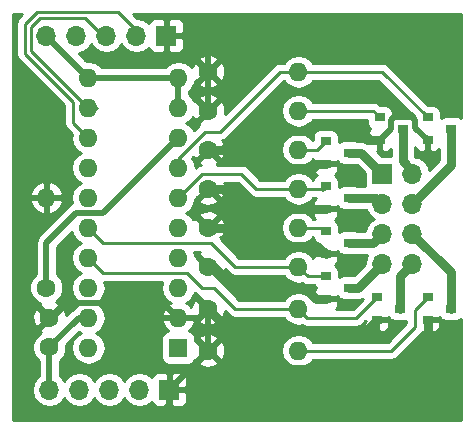
<source format=gbr>
G04 #@! TF.FileFunction,Copper,L1,Top,Signal*
%FSLAX46Y46*%
G04 Gerber Fmt 4.6, Leading zero omitted, Abs format (unit mm)*
G04 Created by KiCad (PCBNEW 4.0.7) date Sun Apr  8 23:15:19 2018*
%MOMM*%
%LPD*%
G01*
G04 APERTURE LIST*
%ADD10C,0.100000*%
%ADD11C,1.600000*%
%ADD12O,1.600000X1.600000*%
%ADD13R,1.700000X1.700000*%
%ADD14O,1.700000X1.700000*%
%ADD15R,1.600000X1.600000*%
%ADD16R,0.900000X0.800000*%
%ADD17C,0.750000*%
%ADD18C,0.500000*%
%ADD19C,0.250000*%
%ADD20C,0.254000*%
G04 APERTURE END LIST*
D10*
D11*
X204470000Y-145796000D03*
D12*
X212090000Y-145796000D03*
D13*
X200914000Y-126238000D03*
D14*
X198374000Y-126238000D03*
X195834000Y-126238000D03*
X193294000Y-126238000D03*
X190754000Y-126238000D03*
D13*
X201168000Y-156210000D03*
D14*
X198628000Y-156210000D03*
X196088000Y-156210000D03*
X193548000Y-156210000D03*
X191008000Y-156210000D03*
D11*
X191008000Y-150114000D03*
X191008000Y-152614000D03*
D15*
X201930000Y-152654000D03*
D12*
X194310000Y-129794000D03*
X201930000Y-150114000D03*
X194310000Y-132334000D03*
X201930000Y-147574000D03*
X194310000Y-134874000D03*
X201930000Y-145034000D03*
X194310000Y-137414000D03*
X201930000Y-142494000D03*
X194310000Y-139954000D03*
X201930000Y-139954000D03*
X194310000Y-142494000D03*
X201930000Y-137414000D03*
X194310000Y-145034000D03*
X201930000Y-134874000D03*
X194310000Y-147574000D03*
X201930000Y-132334000D03*
X194310000Y-150114000D03*
X201930000Y-129794000D03*
X194310000Y-152654000D03*
D13*
X219202000Y-137922000D03*
D14*
X221742000Y-137922000D03*
X219202000Y-140462000D03*
X221742000Y-140462000D03*
X219202000Y-143002000D03*
X221742000Y-143002000D03*
X219202000Y-145542000D03*
X221742000Y-145542000D03*
D16*
X214392000Y-135194000D03*
X214392000Y-137094000D03*
X216392000Y-136144000D03*
X214392000Y-139004000D03*
X214392000Y-140904000D03*
X216392000Y-139954000D03*
X214392000Y-142814000D03*
X214392000Y-144714000D03*
X216392000Y-143764000D03*
X214392000Y-146624000D03*
X214392000Y-148524000D03*
X216392000Y-147574000D03*
X218964000Y-133162000D03*
X218964000Y-135062000D03*
X220964000Y-134112000D03*
X223028000Y-133162000D03*
X223028000Y-135062000D03*
X225028000Y-134112000D03*
X223028000Y-148402000D03*
X223028000Y-150302000D03*
X225028000Y-149352000D03*
X218710000Y-148402000D03*
X218710000Y-150302000D03*
X220710000Y-149352000D03*
D11*
X190754000Y-147574000D03*
D12*
X190754000Y-139954000D03*
D11*
X204470000Y-135890000D03*
D12*
X212090000Y-135890000D03*
D11*
X204470000Y-139192000D03*
D12*
X212090000Y-139192000D03*
D11*
X204470000Y-142494000D03*
D12*
X212090000Y-142494000D03*
D11*
X204470000Y-132588000D03*
D12*
X212090000Y-132588000D03*
D11*
X204470000Y-129286000D03*
D12*
X212090000Y-129286000D03*
D11*
X204470000Y-152908000D03*
D12*
X212090000Y-152908000D03*
D11*
X204470000Y-149352000D03*
D12*
X212090000Y-149352000D03*
D17*
X218964000Y-135062000D02*
X218120000Y-135062000D01*
X205740000Y-135890000D02*
X204470000Y-135890000D01*
X207277024Y-134352976D02*
X205740000Y-135890000D01*
X212611024Y-134352976D02*
X207277024Y-134352976D01*
X213106000Y-133858000D02*
X212611024Y-134352976D01*
X216916000Y-133858000D02*
X213106000Y-133858000D01*
X218120000Y-135062000D02*
X216916000Y-133858000D01*
X210312000Y-151130000D02*
X210312000Y-153416000D01*
X223028000Y-152130000D02*
X223028000Y-150302000D01*
X220726000Y-154432000D02*
X223028000Y-152130000D01*
X211328000Y-154432000D02*
X220726000Y-154432000D01*
X210312000Y-153416000D02*
X211328000Y-154432000D01*
X217882000Y-151130000D02*
X210312000Y-151130000D01*
X210312000Y-151130000D02*
X206248000Y-151130000D01*
X206248000Y-151130000D02*
X204470000Y-149352000D01*
X217882000Y-151130000D02*
X218710000Y-150302000D01*
X214392000Y-137094000D02*
X213680000Y-137094000D01*
X210058000Y-136144000D02*
X210058000Y-134366000D01*
X211328000Y-137414000D02*
X210058000Y-136144000D01*
X213360000Y-137414000D02*
X211328000Y-137414000D01*
X213680000Y-137094000D02*
X213360000Y-137414000D01*
X204470000Y-139192000D02*
X205740000Y-139192000D01*
X207452000Y-140904000D02*
X214392000Y-140904000D01*
X205740000Y-139192000D02*
X207452000Y-140904000D01*
X204470000Y-142494000D02*
X205994000Y-142494000D01*
X213696000Y-144018000D02*
X214392000Y-144714000D01*
X207518000Y-144018000D02*
X213696000Y-144018000D01*
X205994000Y-142494000D02*
X207518000Y-144018000D01*
X204470000Y-145796000D02*
X204978000Y-145796000D01*
X204978000Y-145796000D02*
X206756000Y-147574000D01*
X213548000Y-148524000D02*
X214392000Y-148524000D01*
X212598000Y-147574000D02*
X213548000Y-148524000D01*
X206756000Y-147574000D02*
X212598000Y-147574000D01*
D18*
X201168000Y-156210000D02*
X201168000Y-157480000D01*
X188976000Y-157226000D02*
X188976000Y-148082000D01*
X189738000Y-157988000D02*
X188976000Y-157226000D01*
X200660000Y-157988000D02*
X189738000Y-157988000D01*
X201168000Y-157480000D02*
X200660000Y-157988000D01*
X201168000Y-156210000D02*
X204470000Y-152908000D01*
X190754000Y-139954000D02*
X189484000Y-139954000D01*
X189484000Y-139954000D02*
X188976000Y-140462000D01*
X188976000Y-140462000D02*
X188976000Y-148082000D01*
X188976000Y-148082000D02*
X191008000Y-150114000D01*
X201930000Y-150114000D02*
X203708000Y-150114000D01*
X203708000Y-150114000D02*
X204470000Y-149352000D01*
X191008000Y-150114000D02*
X191262000Y-150114000D01*
X191262000Y-150114000D02*
X192532000Y-148844000D01*
X192532000Y-148844000D02*
X200660000Y-148844000D01*
X200660000Y-148844000D02*
X201930000Y-150114000D01*
X204470000Y-152908000D02*
X204470000Y-149352000D01*
X204470000Y-132588000D02*
X204470000Y-129286000D01*
X204470000Y-129286000D02*
X204470000Y-127254000D01*
X204470000Y-127254000D02*
X203454000Y-126238000D01*
X203454000Y-126238000D02*
X200914000Y-126238000D01*
X204470000Y-142494000D02*
X204978000Y-142494000D01*
X204470000Y-139192000D02*
X204470000Y-139446000D01*
X218964000Y-135062000D02*
X219014000Y-135062000D01*
X219014000Y-135062000D02*
X219964000Y-134112000D01*
X221996000Y-134030000D02*
X223028000Y-135062000D01*
X221996000Y-133350000D02*
X221996000Y-134030000D01*
X221742000Y-133096000D02*
X221996000Y-133350000D01*
X220218000Y-133096000D02*
X221742000Y-133096000D01*
X219964000Y-133350000D02*
X220218000Y-133096000D01*
X219964000Y-134112000D02*
X219964000Y-133350000D01*
X204470000Y-149352000D02*
X204470000Y-149606000D01*
X217882000Y-151130000D02*
X218710000Y-150302000D01*
D19*
X198374000Y-126238000D02*
X198374000Y-125730000D01*
X198374000Y-125730000D02*
X196850000Y-124206000D01*
X196850000Y-124206000D02*
X189992000Y-124206000D01*
X189992000Y-124206000D02*
X188976000Y-125222000D01*
X188976000Y-125222000D02*
X188976000Y-127762000D01*
X188976000Y-127762000D02*
X193040000Y-131826000D01*
X193040000Y-131826000D02*
X193040000Y-133604000D01*
X193040000Y-133604000D02*
X194310000Y-134874000D01*
X194310000Y-132334000D02*
X195072000Y-132334000D01*
X195834000Y-126238000D02*
X195580000Y-126238000D01*
X195580000Y-126238000D02*
X194056000Y-124714000D01*
X194056000Y-124714000D02*
X190246000Y-124714000D01*
X190246000Y-124714000D02*
X189484000Y-125476000D01*
X189484000Y-125476000D02*
X189484000Y-127508000D01*
X189484000Y-127508000D02*
X194310000Y-132334000D01*
D18*
X190754000Y-126238000D02*
X194310000Y-129794000D01*
X194310000Y-150114000D02*
X193508000Y-150114000D01*
X193508000Y-150114000D02*
X191008000Y-152614000D01*
X201930000Y-129794000D02*
X194310000Y-129794000D01*
X201930000Y-132334000D02*
X201930000Y-129794000D01*
X191008000Y-152614000D02*
X191008000Y-156210000D01*
D19*
X212090000Y-135890000D02*
X213696000Y-135890000D01*
X213696000Y-135890000D02*
X214392000Y-135194000D01*
X194310000Y-137414000D02*
X194310000Y-137668000D01*
X212090000Y-142494000D02*
X214072000Y-142494000D01*
X214072000Y-142494000D02*
X214392000Y-142814000D01*
D18*
X212410000Y-142814000D02*
X212090000Y-142494000D01*
D19*
X212090000Y-132588000D02*
X218390000Y-132588000D01*
X218390000Y-132588000D02*
X218964000Y-133162000D01*
X212090000Y-152908000D02*
X219964000Y-152908000D01*
X221996000Y-149434000D02*
X223028000Y-148402000D01*
X221996000Y-150876000D02*
X221996000Y-149434000D01*
X219964000Y-152908000D02*
X221996000Y-150876000D01*
X212090000Y-139192000D02*
X208534000Y-139192000D01*
X203962000Y-137922000D02*
X201930000Y-139954000D01*
X207264000Y-137922000D02*
X203962000Y-137922000D01*
X208534000Y-139192000D02*
X207264000Y-137922000D01*
X201930000Y-139954000D02*
X201930000Y-139700000D01*
X212090000Y-139192000D02*
X214204000Y-139192000D01*
X214204000Y-139192000D02*
X214392000Y-139004000D01*
D18*
X214204000Y-139192000D02*
X214392000Y-139004000D01*
D19*
X212090000Y-145796000D02*
X206756000Y-145796000D01*
X195580000Y-143764000D02*
X194310000Y-142494000D01*
X204724000Y-143764000D02*
X195580000Y-143764000D01*
X206756000Y-145796000D02*
X204724000Y-143764000D01*
X214392000Y-146624000D02*
X212918000Y-146624000D01*
X212918000Y-146624000D02*
X212090000Y-145796000D01*
X212090000Y-129286000D02*
X210566000Y-129286000D01*
X204216000Y-134366000D02*
X201930000Y-136652000D01*
X205486000Y-134366000D02*
X204216000Y-134366000D01*
X210566000Y-129286000D02*
X205486000Y-134366000D01*
X201930000Y-136652000D02*
X201930000Y-137414000D01*
X212090000Y-129286000D02*
X219152000Y-129286000D01*
X219152000Y-129286000D02*
X223028000Y-133162000D01*
X212090000Y-129286000D02*
X212344000Y-129286000D01*
X212090000Y-149352000D02*
X206756000Y-149352000D01*
X195580000Y-146304000D02*
X194310000Y-145034000D01*
X202692000Y-146304000D02*
X195580000Y-146304000D01*
X203962000Y-147574000D02*
X202692000Y-146304000D01*
X204978000Y-147574000D02*
X203962000Y-147574000D01*
X206756000Y-149352000D02*
X204978000Y-147574000D01*
X212090000Y-149352000D02*
X212852000Y-150114000D01*
X216998000Y-150114000D02*
X218710000Y-148402000D01*
X212852000Y-150114000D02*
X216998000Y-150114000D01*
D18*
X190754000Y-147574000D02*
X190754000Y-143764000D01*
X195580000Y-141224000D02*
X201930000Y-134874000D01*
X193294000Y-141224000D02*
X195580000Y-141224000D01*
X190754000Y-143764000D02*
X193294000Y-141224000D01*
X194016000Y-152614000D02*
X194056000Y-152654000D01*
D17*
X216392000Y-136144000D02*
X217424000Y-136144000D01*
X217424000Y-136144000D02*
X219202000Y-137922000D01*
X221742000Y-137922000D02*
X221742000Y-137668000D01*
X221742000Y-137668000D02*
X220964000Y-136890000D01*
X220964000Y-136890000D02*
X220964000Y-134112000D01*
X216392000Y-139954000D02*
X218694000Y-139954000D01*
X218694000Y-139954000D02*
X219202000Y-140462000D01*
D18*
X218694000Y-139954000D02*
X219202000Y-140462000D01*
D17*
X225028000Y-134112000D02*
X225028000Y-137176000D01*
X225028000Y-137176000D02*
X221742000Y-140462000D01*
X216392000Y-143764000D02*
X218440000Y-143764000D01*
X218440000Y-143764000D02*
X219202000Y-143002000D01*
X225028000Y-149352000D02*
X225028000Y-146288000D01*
X225028000Y-146288000D02*
X221742000Y-143002000D01*
X216392000Y-147574000D02*
X217170000Y-147574000D01*
X217170000Y-147574000D02*
X219202000Y-145542000D01*
X220710000Y-149352000D02*
X220710000Y-146574000D01*
X220710000Y-146574000D02*
X221742000Y-145542000D01*
D20*
G36*
X188438599Y-124684599D02*
X188273852Y-124931161D01*
X188216000Y-125222000D01*
X188216000Y-127762000D01*
X188273852Y-128052839D01*
X188438599Y-128299401D01*
X192280000Y-132140802D01*
X192280000Y-133604000D01*
X192337852Y-133894839D01*
X192502599Y-134141401D01*
X192911312Y-134550114D01*
X192846887Y-134874000D01*
X192956120Y-135423151D01*
X193267189Y-135888698D01*
X193649275Y-136144000D01*
X193267189Y-136399302D01*
X192956120Y-136864849D01*
X192846887Y-137414000D01*
X192956120Y-137963151D01*
X193267189Y-138428698D01*
X193649275Y-138684000D01*
X193267189Y-138939302D01*
X192956120Y-139404849D01*
X192846887Y-139954000D01*
X192939034Y-140417252D01*
X192668210Y-140598210D01*
X192668208Y-140598213D01*
X190128210Y-143138210D01*
X189936367Y-143425325D01*
X189936367Y-143425326D01*
X189868999Y-143764000D01*
X189869000Y-143764005D01*
X189869000Y-146429829D01*
X189538176Y-146760077D01*
X189319250Y-147287309D01*
X189318752Y-147858187D01*
X189536757Y-148385800D01*
X189940077Y-148789824D01*
X190237921Y-148913500D01*
X190179861Y-149106255D01*
X191008000Y-149934395D01*
X191836139Y-149106255D01*
X191762005Y-148860136D01*
X191567001Y-148790044D01*
X191969824Y-148387923D01*
X192188750Y-147860691D01*
X192189248Y-147289813D01*
X191971243Y-146762200D01*
X191639000Y-146429377D01*
X191639000Y-144130580D01*
X192918012Y-142851568D01*
X192956120Y-143043151D01*
X193267189Y-143508698D01*
X193649275Y-143764000D01*
X193267189Y-144019302D01*
X192956120Y-144484849D01*
X192846887Y-145034000D01*
X192956120Y-145583151D01*
X193267189Y-146048698D01*
X193649275Y-146304000D01*
X193267189Y-146559302D01*
X192956120Y-147024849D01*
X192846887Y-147574000D01*
X192956120Y-148123151D01*
X193267189Y-148588698D01*
X193649275Y-148844000D01*
X193267189Y-149099302D01*
X193108244Y-149337180D01*
X192882210Y-149488210D01*
X192882208Y-149488213D01*
X192436065Y-149934356D01*
X192427778Y-149760546D01*
X192261864Y-149359995D01*
X192015745Y-149285861D01*
X191187605Y-150114000D01*
X191201748Y-150128142D01*
X191022142Y-150307748D01*
X191008000Y-150293605D01*
X190179861Y-151121745D01*
X190253995Y-151367864D01*
X190260483Y-151370196D01*
X190196200Y-151396757D01*
X189792176Y-151800077D01*
X189573250Y-152327309D01*
X189572752Y-152898187D01*
X189790757Y-153425800D01*
X190123000Y-153758623D01*
X190123000Y-155020568D01*
X189957946Y-155130853D01*
X189636039Y-155612622D01*
X189523000Y-156180907D01*
X189523000Y-156239093D01*
X189636039Y-156807378D01*
X189957946Y-157289147D01*
X190439715Y-157611054D01*
X191008000Y-157724093D01*
X191576285Y-157611054D01*
X192058054Y-157289147D01*
X192278000Y-156959974D01*
X192497946Y-157289147D01*
X192979715Y-157611054D01*
X193548000Y-157724093D01*
X194116285Y-157611054D01*
X194598054Y-157289147D01*
X194818000Y-156959974D01*
X195037946Y-157289147D01*
X195519715Y-157611054D01*
X196088000Y-157724093D01*
X196656285Y-157611054D01*
X197138054Y-157289147D01*
X197358000Y-156959974D01*
X197577946Y-157289147D01*
X198059715Y-157611054D01*
X198628000Y-157724093D01*
X199196285Y-157611054D01*
X199678054Y-157289147D01*
X199707403Y-157245223D01*
X199779673Y-157419698D01*
X199958301Y-157598327D01*
X200191690Y-157695000D01*
X200882250Y-157695000D01*
X201041000Y-157536250D01*
X201041000Y-156337000D01*
X201295000Y-156337000D01*
X201295000Y-157536250D01*
X201453750Y-157695000D01*
X202144310Y-157695000D01*
X202377699Y-157598327D01*
X202556327Y-157419698D01*
X202653000Y-157186309D01*
X202653000Y-156495750D01*
X202494250Y-156337000D01*
X201295000Y-156337000D01*
X201041000Y-156337000D01*
X201021000Y-156337000D01*
X201021000Y-156083000D01*
X201041000Y-156083000D01*
X201041000Y-154883750D01*
X201295000Y-154883750D01*
X201295000Y-156083000D01*
X202494250Y-156083000D01*
X202653000Y-155924250D01*
X202653000Y-155233691D01*
X202556327Y-155000302D01*
X202377699Y-154821673D01*
X202144310Y-154725000D01*
X201453750Y-154725000D01*
X201295000Y-154883750D01*
X201041000Y-154883750D01*
X200882250Y-154725000D01*
X200191690Y-154725000D01*
X199958301Y-154821673D01*
X199779673Y-155000302D01*
X199707403Y-155174777D01*
X199678054Y-155130853D01*
X199196285Y-154808946D01*
X198628000Y-154695907D01*
X198059715Y-154808946D01*
X197577946Y-155130853D01*
X197358000Y-155460026D01*
X197138054Y-155130853D01*
X196656285Y-154808946D01*
X196088000Y-154695907D01*
X195519715Y-154808946D01*
X195037946Y-155130853D01*
X194818000Y-155460026D01*
X194598054Y-155130853D01*
X194116285Y-154808946D01*
X193548000Y-154695907D01*
X192979715Y-154808946D01*
X192497946Y-155130853D01*
X192278000Y-155460026D01*
X192058054Y-155130853D01*
X191893000Y-155020568D01*
X191893000Y-153758171D01*
X192223824Y-153427923D01*
X192442750Y-152900691D01*
X192443160Y-152430419D01*
X193553544Y-151320035D01*
X193649275Y-151384000D01*
X193267189Y-151639302D01*
X192956120Y-152104849D01*
X192846887Y-152654000D01*
X192956120Y-153203151D01*
X193267189Y-153668698D01*
X193732736Y-153979767D01*
X194281887Y-154089000D01*
X194338113Y-154089000D01*
X194887264Y-153979767D01*
X195352811Y-153668698D01*
X195663880Y-153203151D01*
X195773113Y-152654000D01*
X195663880Y-152104849D01*
X195352811Y-151639302D01*
X194970725Y-151384000D01*
X195352811Y-151128698D01*
X195663880Y-150663151D01*
X195773113Y-150114000D01*
X195663880Y-149564849D01*
X195352811Y-149099302D01*
X194970725Y-148844000D01*
X195352811Y-148588698D01*
X195663880Y-148123151D01*
X195773113Y-147574000D01*
X195671668Y-147064000D01*
X200568332Y-147064000D01*
X200466887Y-147574000D01*
X200576120Y-148123151D01*
X200887189Y-148588698D01*
X201291703Y-148858986D01*
X201074866Y-148961611D01*
X200698959Y-149376577D01*
X200538096Y-149764961D01*
X200660085Y-149987000D01*
X201803000Y-149987000D01*
X201803000Y-149967000D01*
X202057000Y-149967000D01*
X202057000Y-149987000D01*
X202077000Y-149987000D01*
X202077000Y-150241000D01*
X202057000Y-150241000D01*
X202057000Y-150261000D01*
X201803000Y-150261000D01*
X201803000Y-150241000D01*
X200660085Y-150241000D01*
X200538096Y-150463039D01*
X200698959Y-150851423D01*
X201036590Y-151224136D01*
X200894683Y-151250838D01*
X200678559Y-151389910D01*
X200533569Y-151602110D01*
X200482560Y-151854000D01*
X200482560Y-153454000D01*
X200526838Y-153689317D01*
X200665910Y-153905441D01*
X200878110Y-154050431D01*
X201130000Y-154101440D01*
X202730000Y-154101440D01*
X202965317Y-154057162D01*
X203181441Y-153918090D01*
X203183043Y-153915745D01*
X203641861Y-153915745D01*
X203715995Y-154161864D01*
X204253223Y-154354965D01*
X204823454Y-154327778D01*
X205224005Y-154161864D01*
X205298139Y-153915745D01*
X204470000Y-153087605D01*
X203641861Y-153915745D01*
X203183043Y-153915745D01*
X203326431Y-153705890D01*
X203328466Y-153695840D01*
X203462255Y-153736139D01*
X204290395Y-152908000D01*
X204649605Y-152908000D01*
X205477745Y-153736139D01*
X205723864Y-153662005D01*
X205916965Y-153124777D01*
X205889778Y-152554546D01*
X205723864Y-152153995D01*
X205477745Y-152079861D01*
X204649605Y-152908000D01*
X204290395Y-152908000D01*
X203462255Y-152079861D01*
X203377440Y-152105408D01*
X203377440Y-151900255D01*
X203641861Y-151900255D01*
X204470000Y-152728395D01*
X205298139Y-151900255D01*
X205224005Y-151654136D01*
X204686777Y-151461035D01*
X204116546Y-151488222D01*
X203715995Y-151654136D01*
X203641861Y-151900255D01*
X203377440Y-151900255D01*
X203377440Y-151854000D01*
X203333162Y-151618683D01*
X203194090Y-151402559D01*
X202981890Y-151257569D01*
X202822384Y-151225268D01*
X203161041Y-150851423D01*
X203321904Y-150463039D01*
X203265154Y-150359745D01*
X203641861Y-150359745D01*
X203715995Y-150605864D01*
X204253223Y-150798965D01*
X204823454Y-150771778D01*
X205224005Y-150605864D01*
X205298139Y-150359745D01*
X204470000Y-149531605D01*
X203641861Y-150359745D01*
X203265154Y-150359745D01*
X203199916Y-150241002D01*
X203365000Y-150241002D01*
X203365000Y-150150845D01*
X203462255Y-150180139D01*
X204290395Y-149352000D01*
X203462255Y-148523861D01*
X203216136Y-148597995D01*
X203023035Y-149135223D01*
X203027514Y-149229176D01*
X202785134Y-148961611D01*
X202568297Y-148858986D01*
X202972811Y-148588698D01*
X203283880Y-148123151D01*
X203309176Y-147995978D01*
X203424599Y-148111401D01*
X203663847Y-148271262D01*
X203641861Y-148344255D01*
X204470000Y-149172395D01*
X204484142Y-149158252D01*
X204663748Y-149337858D01*
X204649605Y-149352000D01*
X205477745Y-150180139D01*
X205723864Y-150106005D01*
X205911944Y-149582746D01*
X206218599Y-149889401D01*
X206465161Y-150054148D01*
X206756000Y-150112000D01*
X210877005Y-150112000D01*
X211047189Y-150366698D01*
X211512736Y-150677767D01*
X212061887Y-150787000D01*
X212118113Y-150787000D01*
X212425909Y-150725776D01*
X212561161Y-150816148D01*
X212852000Y-150874000D01*
X216998000Y-150874000D01*
X217288839Y-150816148D01*
X217535401Y-150651401D01*
X217757800Y-150429002D01*
X217783748Y-150429002D01*
X217625000Y-150587750D01*
X217625000Y-150828310D01*
X217721673Y-151061699D01*
X217900302Y-151240327D01*
X218133691Y-151337000D01*
X218424250Y-151337000D01*
X218583000Y-151178250D01*
X218583000Y-150429000D01*
X218837000Y-150429000D01*
X218837000Y-151178250D01*
X218995750Y-151337000D01*
X219286309Y-151337000D01*
X219519698Y-151240327D01*
X219698327Y-151061699D01*
X219795000Y-150828310D01*
X219795000Y-150587750D01*
X219636250Y-150429000D01*
X218837000Y-150429000D01*
X218583000Y-150429000D01*
X218563000Y-150429000D01*
X218563000Y-150175000D01*
X218583000Y-150175000D01*
X218583000Y-150155000D01*
X218837000Y-150155000D01*
X218837000Y-150175000D01*
X219636250Y-150175000D01*
X219722262Y-150088988D01*
X219795910Y-150203441D01*
X220008110Y-150348431D01*
X220260000Y-150399440D01*
X221160000Y-150399440D01*
X221236000Y-150385140D01*
X221236000Y-150561198D01*
X219649198Y-152148000D01*
X213302995Y-152148000D01*
X213132811Y-151893302D01*
X212667264Y-151582233D01*
X212118113Y-151473000D01*
X212061887Y-151473000D01*
X211512736Y-151582233D01*
X211047189Y-151893302D01*
X210736120Y-152358849D01*
X210626887Y-152908000D01*
X210736120Y-153457151D01*
X211047189Y-153922698D01*
X211512736Y-154233767D01*
X212061887Y-154343000D01*
X212118113Y-154343000D01*
X212667264Y-154233767D01*
X213132811Y-153922698D01*
X213302995Y-153668000D01*
X219964000Y-153668000D01*
X220254839Y-153610148D01*
X220501401Y-153445401D01*
X222533401Y-151413401D01*
X222584450Y-151337000D01*
X222742250Y-151337000D01*
X222901000Y-151178250D01*
X222901000Y-150429000D01*
X223155000Y-150429000D01*
X223155000Y-151178250D01*
X223313750Y-151337000D01*
X223604309Y-151337000D01*
X223837698Y-151240327D01*
X224016327Y-151061699D01*
X224113000Y-150828310D01*
X224113000Y-150587750D01*
X223954250Y-150429000D01*
X223155000Y-150429000D01*
X222901000Y-150429000D01*
X222881000Y-150429000D01*
X222881000Y-150175000D01*
X222901000Y-150175000D01*
X222901000Y-150155000D01*
X223155000Y-150155000D01*
X223155000Y-150175000D01*
X223954250Y-150175000D01*
X224040262Y-150088988D01*
X224113910Y-150203441D01*
X224326110Y-150348431D01*
X224578000Y-150399440D01*
X225478000Y-150399440D01*
X225713317Y-150355162D01*
X225858000Y-150262061D01*
X225858000Y-158802000D01*
X187908000Y-158802000D01*
X187908000Y-149897223D01*
X189561035Y-149897223D01*
X189588222Y-150467454D01*
X189754136Y-150868005D01*
X190000255Y-150942139D01*
X190828395Y-150114000D01*
X190000255Y-149285861D01*
X189754136Y-149359995D01*
X189561035Y-149897223D01*
X187908000Y-149897223D01*
X187908000Y-140303041D01*
X189362086Y-140303041D01*
X189601611Y-140809134D01*
X190016577Y-141185041D01*
X190404961Y-141345904D01*
X190627000Y-141223915D01*
X190627000Y-140081000D01*
X190881000Y-140081000D01*
X190881000Y-141223915D01*
X191103039Y-141345904D01*
X191491423Y-141185041D01*
X191906389Y-140809134D01*
X192145914Y-140303041D01*
X192024629Y-140081000D01*
X190881000Y-140081000D01*
X190627000Y-140081000D01*
X189483371Y-140081000D01*
X189362086Y-140303041D01*
X187908000Y-140303041D01*
X187908000Y-139604959D01*
X189362086Y-139604959D01*
X189483371Y-139827000D01*
X190627000Y-139827000D01*
X190627000Y-138684085D01*
X190881000Y-138684085D01*
X190881000Y-139827000D01*
X192024629Y-139827000D01*
X192145914Y-139604959D01*
X191906389Y-139098866D01*
X191491423Y-138722959D01*
X191103039Y-138562096D01*
X190881000Y-138684085D01*
X190627000Y-138684085D01*
X190404961Y-138562096D01*
X190016577Y-138722959D01*
X189601611Y-139098866D01*
X189362086Y-139604959D01*
X187908000Y-139604959D01*
X187908000Y-124408000D01*
X188715198Y-124408000D01*
X188438599Y-124684599D01*
X188438599Y-124684599D01*
G37*
X188438599Y-124684599D02*
X188273852Y-124931161D01*
X188216000Y-125222000D01*
X188216000Y-127762000D01*
X188273852Y-128052839D01*
X188438599Y-128299401D01*
X192280000Y-132140802D01*
X192280000Y-133604000D01*
X192337852Y-133894839D01*
X192502599Y-134141401D01*
X192911312Y-134550114D01*
X192846887Y-134874000D01*
X192956120Y-135423151D01*
X193267189Y-135888698D01*
X193649275Y-136144000D01*
X193267189Y-136399302D01*
X192956120Y-136864849D01*
X192846887Y-137414000D01*
X192956120Y-137963151D01*
X193267189Y-138428698D01*
X193649275Y-138684000D01*
X193267189Y-138939302D01*
X192956120Y-139404849D01*
X192846887Y-139954000D01*
X192939034Y-140417252D01*
X192668210Y-140598210D01*
X192668208Y-140598213D01*
X190128210Y-143138210D01*
X189936367Y-143425325D01*
X189936367Y-143425326D01*
X189868999Y-143764000D01*
X189869000Y-143764005D01*
X189869000Y-146429829D01*
X189538176Y-146760077D01*
X189319250Y-147287309D01*
X189318752Y-147858187D01*
X189536757Y-148385800D01*
X189940077Y-148789824D01*
X190237921Y-148913500D01*
X190179861Y-149106255D01*
X191008000Y-149934395D01*
X191836139Y-149106255D01*
X191762005Y-148860136D01*
X191567001Y-148790044D01*
X191969824Y-148387923D01*
X192188750Y-147860691D01*
X192189248Y-147289813D01*
X191971243Y-146762200D01*
X191639000Y-146429377D01*
X191639000Y-144130580D01*
X192918012Y-142851568D01*
X192956120Y-143043151D01*
X193267189Y-143508698D01*
X193649275Y-143764000D01*
X193267189Y-144019302D01*
X192956120Y-144484849D01*
X192846887Y-145034000D01*
X192956120Y-145583151D01*
X193267189Y-146048698D01*
X193649275Y-146304000D01*
X193267189Y-146559302D01*
X192956120Y-147024849D01*
X192846887Y-147574000D01*
X192956120Y-148123151D01*
X193267189Y-148588698D01*
X193649275Y-148844000D01*
X193267189Y-149099302D01*
X193108244Y-149337180D01*
X192882210Y-149488210D01*
X192882208Y-149488213D01*
X192436065Y-149934356D01*
X192427778Y-149760546D01*
X192261864Y-149359995D01*
X192015745Y-149285861D01*
X191187605Y-150114000D01*
X191201748Y-150128142D01*
X191022142Y-150307748D01*
X191008000Y-150293605D01*
X190179861Y-151121745D01*
X190253995Y-151367864D01*
X190260483Y-151370196D01*
X190196200Y-151396757D01*
X189792176Y-151800077D01*
X189573250Y-152327309D01*
X189572752Y-152898187D01*
X189790757Y-153425800D01*
X190123000Y-153758623D01*
X190123000Y-155020568D01*
X189957946Y-155130853D01*
X189636039Y-155612622D01*
X189523000Y-156180907D01*
X189523000Y-156239093D01*
X189636039Y-156807378D01*
X189957946Y-157289147D01*
X190439715Y-157611054D01*
X191008000Y-157724093D01*
X191576285Y-157611054D01*
X192058054Y-157289147D01*
X192278000Y-156959974D01*
X192497946Y-157289147D01*
X192979715Y-157611054D01*
X193548000Y-157724093D01*
X194116285Y-157611054D01*
X194598054Y-157289147D01*
X194818000Y-156959974D01*
X195037946Y-157289147D01*
X195519715Y-157611054D01*
X196088000Y-157724093D01*
X196656285Y-157611054D01*
X197138054Y-157289147D01*
X197358000Y-156959974D01*
X197577946Y-157289147D01*
X198059715Y-157611054D01*
X198628000Y-157724093D01*
X199196285Y-157611054D01*
X199678054Y-157289147D01*
X199707403Y-157245223D01*
X199779673Y-157419698D01*
X199958301Y-157598327D01*
X200191690Y-157695000D01*
X200882250Y-157695000D01*
X201041000Y-157536250D01*
X201041000Y-156337000D01*
X201295000Y-156337000D01*
X201295000Y-157536250D01*
X201453750Y-157695000D01*
X202144310Y-157695000D01*
X202377699Y-157598327D01*
X202556327Y-157419698D01*
X202653000Y-157186309D01*
X202653000Y-156495750D01*
X202494250Y-156337000D01*
X201295000Y-156337000D01*
X201041000Y-156337000D01*
X201021000Y-156337000D01*
X201021000Y-156083000D01*
X201041000Y-156083000D01*
X201041000Y-154883750D01*
X201295000Y-154883750D01*
X201295000Y-156083000D01*
X202494250Y-156083000D01*
X202653000Y-155924250D01*
X202653000Y-155233691D01*
X202556327Y-155000302D01*
X202377699Y-154821673D01*
X202144310Y-154725000D01*
X201453750Y-154725000D01*
X201295000Y-154883750D01*
X201041000Y-154883750D01*
X200882250Y-154725000D01*
X200191690Y-154725000D01*
X199958301Y-154821673D01*
X199779673Y-155000302D01*
X199707403Y-155174777D01*
X199678054Y-155130853D01*
X199196285Y-154808946D01*
X198628000Y-154695907D01*
X198059715Y-154808946D01*
X197577946Y-155130853D01*
X197358000Y-155460026D01*
X197138054Y-155130853D01*
X196656285Y-154808946D01*
X196088000Y-154695907D01*
X195519715Y-154808946D01*
X195037946Y-155130853D01*
X194818000Y-155460026D01*
X194598054Y-155130853D01*
X194116285Y-154808946D01*
X193548000Y-154695907D01*
X192979715Y-154808946D01*
X192497946Y-155130853D01*
X192278000Y-155460026D01*
X192058054Y-155130853D01*
X191893000Y-155020568D01*
X191893000Y-153758171D01*
X192223824Y-153427923D01*
X192442750Y-152900691D01*
X192443160Y-152430419D01*
X193553544Y-151320035D01*
X193649275Y-151384000D01*
X193267189Y-151639302D01*
X192956120Y-152104849D01*
X192846887Y-152654000D01*
X192956120Y-153203151D01*
X193267189Y-153668698D01*
X193732736Y-153979767D01*
X194281887Y-154089000D01*
X194338113Y-154089000D01*
X194887264Y-153979767D01*
X195352811Y-153668698D01*
X195663880Y-153203151D01*
X195773113Y-152654000D01*
X195663880Y-152104849D01*
X195352811Y-151639302D01*
X194970725Y-151384000D01*
X195352811Y-151128698D01*
X195663880Y-150663151D01*
X195773113Y-150114000D01*
X195663880Y-149564849D01*
X195352811Y-149099302D01*
X194970725Y-148844000D01*
X195352811Y-148588698D01*
X195663880Y-148123151D01*
X195773113Y-147574000D01*
X195671668Y-147064000D01*
X200568332Y-147064000D01*
X200466887Y-147574000D01*
X200576120Y-148123151D01*
X200887189Y-148588698D01*
X201291703Y-148858986D01*
X201074866Y-148961611D01*
X200698959Y-149376577D01*
X200538096Y-149764961D01*
X200660085Y-149987000D01*
X201803000Y-149987000D01*
X201803000Y-149967000D01*
X202057000Y-149967000D01*
X202057000Y-149987000D01*
X202077000Y-149987000D01*
X202077000Y-150241000D01*
X202057000Y-150241000D01*
X202057000Y-150261000D01*
X201803000Y-150261000D01*
X201803000Y-150241000D01*
X200660085Y-150241000D01*
X200538096Y-150463039D01*
X200698959Y-150851423D01*
X201036590Y-151224136D01*
X200894683Y-151250838D01*
X200678559Y-151389910D01*
X200533569Y-151602110D01*
X200482560Y-151854000D01*
X200482560Y-153454000D01*
X200526838Y-153689317D01*
X200665910Y-153905441D01*
X200878110Y-154050431D01*
X201130000Y-154101440D01*
X202730000Y-154101440D01*
X202965317Y-154057162D01*
X203181441Y-153918090D01*
X203183043Y-153915745D01*
X203641861Y-153915745D01*
X203715995Y-154161864D01*
X204253223Y-154354965D01*
X204823454Y-154327778D01*
X205224005Y-154161864D01*
X205298139Y-153915745D01*
X204470000Y-153087605D01*
X203641861Y-153915745D01*
X203183043Y-153915745D01*
X203326431Y-153705890D01*
X203328466Y-153695840D01*
X203462255Y-153736139D01*
X204290395Y-152908000D01*
X204649605Y-152908000D01*
X205477745Y-153736139D01*
X205723864Y-153662005D01*
X205916965Y-153124777D01*
X205889778Y-152554546D01*
X205723864Y-152153995D01*
X205477745Y-152079861D01*
X204649605Y-152908000D01*
X204290395Y-152908000D01*
X203462255Y-152079861D01*
X203377440Y-152105408D01*
X203377440Y-151900255D01*
X203641861Y-151900255D01*
X204470000Y-152728395D01*
X205298139Y-151900255D01*
X205224005Y-151654136D01*
X204686777Y-151461035D01*
X204116546Y-151488222D01*
X203715995Y-151654136D01*
X203641861Y-151900255D01*
X203377440Y-151900255D01*
X203377440Y-151854000D01*
X203333162Y-151618683D01*
X203194090Y-151402559D01*
X202981890Y-151257569D01*
X202822384Y-151225268D01*
X203161041Y-150851423D01*
X203321904Y-150463039D01*
X203265154Y-150359745D01*
X203641861Y-150359745D01*
X203715995Y-150605864D01*
X204253223Y-150798965D01*
X204823454Y-150771778D01*
X205224005Y-150605864D01*
X205298139Y-150359745D01*
X204470000Y-149531605D01*
X203641861Y-150359745D01*
X203265154Y-150359745D01*
X203199916Y-150241002D01*
X203365000Y-150241002D01*
X203365000Y-150150845D01*
X203462255Y-150180139D01*
X204290395Y-149352000D01*
X203462255Y-148523861D01*
X203216136Y-148597995D01*
X203023035Y-149135223D01*
X203027514Y-149229176D01*
X202785134Y-148961611D01*
X202568297Y-148858986D01*
X202972811Y-148588698D01*
X203283880Y-148123151D01*
X203309176Y-147995978D01*
X203424599Y-148111401D01*
X203663847Y-148271262D01*
X203641861Y-148344255D01*
X204470000Y-149172395D01*
X204484142Y-149158252D01*
X204663748Y-149337858D01*
X204649605Y-149352000D01*
X205477745Y-150180139D01*
X205723864Y-150106005D01*
X205911944Y-149582746D01*
X206218599Y-149889401D01*
X206465161Y-150054148D01*
X206756000Y-150112000D01*
X210877005Y-150112000D01*
X211047189Y-150366698D01*
X211512736Y-150677767D01*
X212061887Y-150787000D01*
X212118113Y-150787000D01*
X212425909Y-150725776D01*
X212561161Y-150816148D01*
X212852000Y-150874000D01*
X216998000Y-150874000D01*
X217288839Y-150816148D01*
X217535401Y-150651401D01*
X217757800Y-150429002D01*
X217783748Y-150429002D01*
X217625000Y-150587750D01*
X217625000Y-150828310D01*
X217721673Y-151061699D01*
X217900302Y-151240327D01*
X218133691Y-151337000D01*
X218424250Y-151337000D01*
X218583000Y-151178250D01*
X218583000Y-150429000D01*
X218837000Y-150429000D01*
X218837000Y-151178250D01*
X218995750Y-151337000D01*
X219286309Y-151337000D01*
X219519698Y-151240327D01*
X219698327Y-151061699D01*
X219795000Y-150828310D01*
X219795000Y-150587750D01*
X219636250Y-150429000D01*
X218837000Y-150429000D01*
X218583000Y-150429000D01*
X218563000Y-150429000D01*
X218563000Y-150175000D01*
X218583000Y-150175000D01*
X218583000Y-150155000D01*
X218837000Y-150155000D01*
X218837000Y-150175000D01*
X219636250Y-150175000D01*
X219722262Y-150088988D01*
X219795910Y-150203441D01*
X220008110Y-150348431D01*
X220260000Y-150399440D01*
X221160000Y-150399440D01*
X221236000Y-150385140D01*
X221236000Y-150561198D01*
X219649198Y-152148000D01*
X213302995Y-152148000D01*
X213132811Y-151893302D01*
X212667264Y-151582233D01*
X212118113Y-151473000D01*
X212061887Y-151473000D01*
X211512736Y-151582233D01*
X211047189Y-151893302D01*
X210736120Y-152358849D01*
X210626887Y-152908000D01*
X210736120Y-153457151D01*
X211047189Y-153922698D01*
X211512736Y-154233767D01*
X212061887Y-154343000D01*
X212118113Y-154343000D01*
X212667264Y-154233767D01*
X213132811Y-153922698D01*
X213302995Y-153668000D01*
X219964000Y-153668000D01*
X220254839Y-153610148D01*
X220501401Y-153445401D01*
X222533401Y-151413401D01*
X222584450Y-151337000D01*
X222742250Y-151337000D01*
X222901000Y-151178250D01*
X222901000Y-150429000D01*
X223155000Y-150429000D01*
X223155000Y-151178250D01*
X223313750Y-151337000D01*
X223604309Y-151337000D01*
X223837698Y-151240327D01*
X224016327Y-151061699D01*
X224113000Y-150828310D01*
X224113000Y-150587750D01*
X223954250Y-150429000D01*
X223155000Y-150429000D01*
X222901000Y-150429000D01*
X222881000Y-150429000D01*
X222881000Y-150175000D01*
X222901000Y-150175000D01*
X222901000Y-150155000D01*
X223155000Y-150155000D01*
X223155000Y-150175000D01*
X223954250Y-150175000D01*
X224040262Y-150088988D01*
X224113910Y-150203441D01*
X224326110Y-150348431D01*
X224578000Y-150399440D01*
X225478000Y-150399440D01*
X225713317Y-150355162D01*
X225858000Y-150262061D01*
X225858000Y-158802000D01*
X187908000Y-158802000D01*
X187908000Y-149897223D01*
X189561035Y-149897223D01*
X189588222Y-150467454D01*
X189754136Y-150868005D01*
X190000255Y-150942139D01*
X190828395Y-150114000D01*
X190000255Y-149285861D01*
X189754136Y-149359995D01*
X189561035Y-149897223D01*
X187908000Y-149897223D01*
X187908000Y-140303041D01*
X189362086Y-140303041D01*
X189601611Y-140809134D01*
X190016577Y-141185041D01*
X190404961Y-141345904D01*
X190627000Y-141223915D01*
X190627000Y-140081000D01*
X190881000Y-140081000D01*
X190881000Y-141223915D01*
X191103039Y-141345904D01*
X191491423Y-141185041D01*
X191906389Y-140809134D01*
X192145914Y-140303041D01*
X192024629Y-140081000D01*
X190881000Y-140081000D01*
X190627000Y-140081000D01*
X189483371Y-140081000D01*
X189362086Y-140303041D01*
X187908000Y-140303041D01*
X187908000Y-139604959D01*
X189362086Y-139604959D01*
X189483371Y-139827000D01*
X190627000Y-139827000D01*
X190627000Y-138684085D01*
X190881000Y-138684085D01*
X190881000Y-139827000D01*
X192024629Y-139827000D01*
X192145914Y-139604959D01*
X191906389Y-139098866D01*
X191491423Y-138722959D01*
X191103039Y-138562096D01*
X190881000Y-138684085D01*
X190627000Y-138684085D01*
X190404961Y-138562096D01*
X190016577Y-138722959D01*
X189601611Y-139098866D01*
X189362086Y-139604959D01*
X187908000Y-139604959D01*
X187908000Y-124408000D01*
X188715198Y-124408000D01*
X188438599Y-124684599D01*
G36*
X203715995Y-144542136D02*
X203641861Y-144788255D01*
X204470000Y-145616395D01*
X204484142Y-145602252D01*
X204663748Y-145781858D01*
X204649605Y-145796000D01*
X205477745Y-146624139D01*
X205723864Y-146550005D01*
X205911944Y-146026746D01*
X206218599Y-146333401D01*
X206465161Y-146498148D01*
X206756000Y-146556000D01*
X210877005Y-146556000D01*
X211047189Y-146810698D01*
X211512736Y-147121767D01*
X212061887Y-147231000D01*
X212118113Y-147231000D01*
X212400651Y-147174800D01*
X212627161Y-147326148D01*
X212918000Y-147384000D01*
X213419069Y-147384000D01*
X213477910Y-147475441D01*
X213617750Y-147570990D01*
X213582302Y-147585673D01*
X213403673Y-147764301D01*
X213307000Y-147997690D01*
X213307000Y-148238250D01*
X213465750Y-148397000D01*
X214265000Y-148397000D01*
X214265000Y-148377000D01*
X214519000Y-148377000D01*
X214519000Y-148397000D01*
X215318250Y-148397000D01*
X215404262Y-148310988D01*
X215477910Y-148425441D01*
X215690110Y-148570431D01*
X215942000Y-148621440D01*
X216842000Y-148621440D01*
X217040976Y-148584000D01*
X217170000Y-148584000D01*
X217523517Y-148513681D01*
X216683198Y-149354000D01*
X215310026Y-149354000D01*
X215380327Y-149283699D01*
X215477000Y-149050310D01*
X215477000Y-148809750D01*
X215318250Y-148651000D01*
X214519000Y-148651000D01*
X214519000Y-148671000D01*
X214265000Y-148671000D01*
X214265000Y-148651000D01*
X213465750Y-148651000D01*
X213391818Y-148724932D01*
X213132811Y-148337302D01*
X212667264Y-148026233D01*
X212118113Y-147917000D01*
X212061887Y-147917000D01*
X211512736Y-148026233D01*
X211047189Y-148337302D01*
X210877005Y-148592000D01*
X207070802Y-148592000D01*
X205515401Y-147036599D01*
X205276152Y-146876739D01*
X205298139Y-146803745D01*
X204470000Y-145975605D01*
X204455858Y-145989748D01*
X204276252Y-145810142D01*
X204290395Y-145796000D01*
X203462255Y-144967861D01*
X203384609Y-144991249D01*
X203291668Y-144524000D01*
X203759779Y-144524000D01*
X203715995Y-144542136D01*
X203715995Y-144542136D01*
G37*
X203715995Y-144542136D02*
X203641861Y-144788255D01*
X204470000Y-145616395D01*
X204484142Y-145602252D01*
X204663748Y-145781858D01*
X204649605Y-145796000D01*
X205477745Y-146624139D01*
X205723864Y-146550005D01*
X205911944Y-146026746D01*
X206218599Y-146333401D01*
X206465161Y-146498148D01*
X206756000Y-146556000D01*
X210877005Y-146556000D01*
X211047189Y-146810698D01*
X211512736Y-147121767D01*
X212061887Y-147231000D01*
X212118113Y-147231000D01*
X212400651Y-147174800D01*
X212627161Y-147326148D01*
X212918000Y-147384000D01*
X213419069Y-147384000D01*
X213477910Y-147475441D01*
X213617750Y-147570990D01*
X213582302Y-147585673D01*
X213403673Y-147764301D01*
X213307000Y-147997690D01*
X213307000Y-148238250D01*
X213465750Y-148397000D01*
X214265000Y-148397000D01*
X214265000Y-148377000D01*
X214519000Y-148377000D01*
X214519000Y-148397000D01*
X215318250Y-148397000D01*
X215404262Y-148310988D01*
X215477910Y-148425441D01*
X215690110Y-148570431D01*
X215942000Y-148621440D01*
X216842000Y-148621440D01*
X217040976Y-148584000D01*
X217170000Y-148584000D01*
X217523517Y-148513681D01*
X216683198Y-149354000D01*
X215310026Y-149354000D01*
X215380327Y-149283699D01*
X215477000Y-149050310D01*
X215477000Y-148809750D01*
X215318250Y-148651000D01*
X214519000Y-148651000D01*
X214519000Y-148671000D01*
X214265000Y-148671000D01*
X214265000Y-148651000D01*
X213465750Y-148651000D01*
X213391818Y-148724932D01*
X213132811Y-148337302D01*
X212667264Y-148026233D01*
X212118113Y-147917000D01*
X212061887Y-147917000D01*
X211512736Y-148026233D01*
X211047189Y-148337302D01*
X210877005Y-148592000D01*
X207070802Y-148592000D01*
X205515401Y-147036599D01*
X205276152Y-146876739D01*
X205298139Y-146803745D01*
X204470000Y-145975605D01*
X204455858Y-145989748D01*
X204276252Y-145810142D01*
X204290395Y-145796000D01*
X203462255Y-144967861D01*
X203384609Y-144991249D01*
X203291668Y-144524000D01*
X203759779Y-144524000D01*
X203715995Y-144542136D01*
G36*
X207996599Y-139729401D02*
X208243160Y-139894148D01*
X208534000Y-139952000D01*
X210877005Y-139952000D01*
X211047189Y-140206698D01*
X211512736Y-140517767D01*
X212061887Y-140627000D01*
X212118113Y-140627000D01*
X212667264Y-140517767D01*
X213132811Y-140206698D01*
X213302995Y-139952000D01*
X213615312Y-139952000D01*
X213582302Y-139965673D01*
X213403673Y-140144301D01*
X213307000Y-140377690D01*
X213307000Y-140618250D01*
X213465750Y-140777000D01*
X214265000Y-140777000D01*
X214265000Y-140757000D01*
X214519000Y-140757000D01*
X214519000Y-140777000D01*
X215318250Y-140777000D01*
X215404262Y-140690988D01*
X215477910Y-140805441D01*
X215690110Y-140950431D01*
X215942000Y-141001440D01*
X216842000Y-141001440D01*
X217040976Y-140964000D01*
X217787761Y-140964000D01*
X217800946Y-141030285D01*
X218122853Y-141512054D01*
X218452026Y-141732000D01*
X218122853Y-141951946D01*
X217800946Y-142433715D01*
X217737237Y-142754000D01*
X217026884Y-142754000D01*
X216842000Y-142716560D01*
X215942000Y-142716560D01*
X215706683Y-142760838D01*
X215490559Y-142899910D01*
X215489440Y-142901548D01*
X215489440Y-142414000D01*
X215445162Y-142178683D01*
X215306090Y-141962559D01*
X215157138Y-141860784D01*
X215201698Y-141842327D01*
X215380327Y-141663699D01*
X215477000Y-141430310D01*
X215477000Y-141189750D01*
X215318250Y-141031000D01*
X214519000Y-141031000D01*
X214519000Y-141051000D01*
X214265000Y-141051000D01*
X214265000Y-141031000D01*
X213465750Y-141031000D01*
X213307000Y-141189750D01*
X213307000Y-141430310D01*
X213403673Y-141663699D01*
X213473974Y-141734000D01*
X213302995Y-141734000D01*
X213132811Y-141479302D01*
X212667264Y-141168233D01*
X212118113Y-141059000D01*
X212061887Y-141059000D01*
X211512736Y-141168233D01*
X211047189Y-141479302D01*
X210736120Y-141944849D01*
X210626887Y-142494000D01*
X210736120Y-143043151D01*
X211047189Y-143508698D01*
X211512736Y-143819767D01*
X212061887Y-143929000D01*
X212118113Y-143929000D01*
X212667264Y-143819767D01*
X213132811Y-143508698D01*
X213302286Y-143255061D01*
X213338838Y-143449317D01*
X213477910Y-143665441D01*
X213617750Y-143760990D01*
X213582302Y-143775673D01*
X213403673Y-143954301D01*
X213307000Y-144187690D01*
X213307000Y-144428250D01*
X213465750Y-144587000D01*
X214265000Y-144587000D01*
X214265000Y-144567000D01*
X214519000Y-144567000D01*
X214519000Y-144587000D01*
X215318250Y-144587000D01*
X215404262Y-144500988D01*
X215477910Y-144615441D01*
X215690110Y-144760431D01*
X215942000Y-144811440D01*
X216842000Y-144811440D01*
X217040976Y-144774000D01*
X217934391Y-144774000D01*
X217800946Y-144973715D01*
X217687907Y-145542000D01*
X217702132Y-145613512D01*
X216789084Y-146526560D01*
X215942000Y-146526560D01*
X215706683Y-146570838D01*
X215490559Y-146709910D01*
X215489440Y-146711548D01*
X215489440Y-146224000D01*
X215445162Y-145988683D01*
X215306090Y-145772559D01*
X215157138Y-145670784D01*
X215201698Y-145652327D01*
X215380327Y-145473699D01*
X215477000Y-145240310D01*
X215477000Y-144999750D01*
X215318250Y-144841000D01*
X214519000Y-144841000D01*
X214519000Y-144861000D01*
X214265000Y-144861000D01*
X214265000Y-144841000D01*
X213465750Y-144841000D01*
X213307000Y-144999750D01*
X213307000Y-145041994D01*
X213132811Y-144781302D01*
X212667264Y-144470233D01*
X212118113Y-144361000D01*
X212061887Y-144361000D01*
X211512736Y-144470233D01*
X211047189Y-144781302D01*
X210877005Y-145036000D01*
X207070802Y-145036000D01*
X205532219Y-143497417D01*
X205592622Y-143437014D01*
X205477747Y-143322139D01*
X205723864Y-143248005D01*
X205916965Y-142710777D01*
X205889778Y-142140546D01*
X205723864Y-141739995D01*
X205477745Y-141665861D01*
X204649605Y-142494000D01*
X204663748Y-142508142D01*
X204484143Y-142687748D01*
X204470000Y-142673605D01*
X204455858Y-142687748D01*
X204276252Y-142508142D01*
X204290395Y-142494000D01*
X203462255Y-141665861D01*
X203216136Y-141739995D01*
X203191954Y-141807272D01*
X202977457Y-141486255D01*
X203641861Y-141486255D01*
X204470000Y-142314395D01*
X205298139Y-141486255D01*
X205224005Y-141240136D01*
X204686777Y-141047035D01*
X204116546Y-141074222D01*
X203715995Y-141240136D01*
X203641861Y-141486255D01*
X202977457Y-141486255D01*
X202972811Y-141479302D01*
X202590725Y-141224000D01*
X202972811Y-140968698D01*
X203283880Y-140503151D01*
X203344231Y-140199745D01*
X203641861Y-140199745D01*
X203715995Y-140445864D01*
X204253223Y-140638965D01*
X204823454Y-140611778D01*
X205224005Y-140445864D01*
X205298139Y-140199745D01*
X204470000Y-139371605D01*
X203641861Y-140199745D01*
X203344231Y-140199745D01*
X203384609Y-139996751D01*
X203462255Y-140020139D01*
X204290395Y-139192000D01*
X204276252Y-139177858D01*
X204455858Y-138998252D01*
X204470000Y-139012395D01*
X204484143Y-138998253D01*
X204663748Y-139177858D01*
X204649605Y-139192000D01*
X205477745Y-140020139D01*
X205723864Y-139946005D01*
X205916965Y-139408777D01*
X205889778Y-138838546D01*
X205824934Y-138682000D01*
X206949198Y-138682000D01*
X207996599Y-139729401D01*
X207996599Y-139729401D01*
G37*
X207996599Y-139729401D02*
X208243160Y-139894148D01*
X208534000Y-139952000D01*
X210877005Y-139952000D01*
X211047189Y-140206698D01*
X211512736Y-140517767D01*
X212061887Y-140627000D01*
X212118113Y-140627000D01*
X212667264Y-140517767D01*
X213132811Y-140206698D01*
X213302995Y-139952000D01*
X213615312Y-139952000D01*
X213582302Y-139965673D01*
X213403673Y-140144301D01*
X213307000Y-140377690D01*
X213307000Y-140618250D01*
X213465750Y-140777000D01*
X214265000Y-140777000D01*
X214265000Y-140757000D01*
X214519000Y-140757000D01*
X214519000Y-140777000D01*
X215318250Y-140777000D01*
X215404262Y-140690988D01*
X215477910Y-140805441D01*
X215690110Y-140950431D01*
X215942000Y-141001440D01*
X216842000Y-141001440D01*
X217040976Y-140964000D01*
X217787761Y-140964000D01*
X217800946Y-141030285D01*
X218122853Y-141512054D01*
X218452026Y-141732000D01*
X218122853Y-141951946D01*
X217800946Y-142433715D01*
X217737237Y-142754000D01*
X217026884Y-142754000D01*
X216842000Y-142716560D01*
X215942000Y-142716560D01*
X215706683Y-142760838D01*
X215490559Y-142899910D01*
X215489440Y-142901548D01*
X215489440Y-142414000D01*
X215445162Y-142178683D01*
X215306090Y-141962559D01*
X215157138Y-141860784D01*
X215201698Y-141842327D01*
X215380327Y-141663699D01*
X215477000Y-141430310D01*
X215477000Y-141189750D01*
X215318250Y-141031000D01*
X214519000Y-141031000D01*
X214519000Y-141051000D01*
X214265000Y-141051000D01*
X214265000Y-141031000D01*
X213465750Y-141031000D01*
X213307000Y-141189750D01*
X213307000Y-141430310D01*
X213403673Y-141663699D01*
X213473974Y-141734000D01*
X213302995Y-141734000D01*
X213132811Y-141479302D01*
X212667264Y-141168233D01*
X212118113Y-141059000D01*
X212061887Y-141059000D01*
X211512736Y-141168233D01*
X211047189Y-141479302D01*
X210736120Y-141944849D01*
X210626887Y-142494000D01*
X210736120Y-143043151D01*
X211047189Y-143508698D01*
X211512736Y-143819767D01*
X212061887Y-143929000D01*
X212118113Y-143929000D01*
X212667264Y-143819767D01*
X213132811Y-143508698D01*
X213302286Y-143255061D01*
X213338838Y-143449317D01*
X213477910Y-143665441D01*
X213617750Y-143760990D01*
X213582302Y-143775673D01*
X213403673Y-143954301D01*
X213307000Y-144187690D01*
X213307000Y-144428250D01*
X213465750Y-144587000D01*
X214265000Y-144587000D01*
X214265000Y-144567000D01*
X214519000Y-144567000D01*
X214519000Y-144587000D01*
X215318250Y-144587000D01*
X215404262Y-144500988D01*
X215477910Y-144615441D01*
X215690110Y-144760431D01*
X215942000Y-144811440D01*
X216842000Y-144811440D01*
X217040976Y-144774000D01*
X217934391Y-144774000D01*
X217800946Y-144973715D01*
X217687907Y-145542000D01*
X217702132Y-145613512D01*
X216789084Y-146526560D01*
X215942000Y-146526560D01*
X215706683Y-146570838D01*
X215490559Y-146709910D01*
X215489440Y-146711548D01*
X215489440Y-146224000D01*
X215445162Y-145988683D01*
X215306090Y-145772559D01*
X215157138Y-145670784D01*
X215201698Y-145652327D01*
X215380327Y-145473699D01*
X215477000Y-145240310D01*
X215477000Y-144999750D01*
X215318250Y-144841000D01*
X214519000Y-144841000D01*
X214519000Y-144861000D01*
X214265000Y-144861000D01*
X214265000Y-144841000D01*
X213465750Y-144841000D01*
X213307000Y-144999750D01*
X213307000Y-145041994D01*
X213132811Y-144781302D01*
X212667264Y-144470233D01*
X212118113Y-144361000D01*
X212061887Y-144361000D01*
X211512736Y-144470233D01*
X211047189Y-144781302D01*
X210877005Y-145036000D01*
X207070802Y-145036000D01*
X205532219Y-143497417D01*
X205592622Y-143437014D01*
X205477747Y-143322139D01*
X205723864Y-143248005D01*
X205916965Y-142710777D01*
X205889778Y-142140546D01*
X205723864Y-141739995D01*
X205477745Y-141665861D01*
X204649605Y-142494000D01*
X204663748Y-142508142D01*
X204484143Y-142687748D01*
X204470000Y-142673605D01*
X204455858Y-142687748D01*
X204276252Y-142508142D01*
X204290395Y-142494000D01*
X203462255Y-141665861D01*
X203216136Y-141739995D01*
X203191954Y-141807272D01*
X202977457Y-141486255D01*
X203641861Y-141486255D01*
X204470000Y-142314395D01*
X205298139Y-141486255D01*
X205224005Y-141240136D01*
X204686777Y-141047035D01*
X204116546Y-141074222D01*
X203715995Y-141240136D01*
X203641861Y-141486255D01*
X202977457Y-141486255D01*
X202972811Y-141479302D01*
X202590725Y-141224000D01*
X202972811Y-140968698D01*
X203283880Y-140503151D01*
X203344231Y-140199745D01*
X203641861Y-140199745D01*
X203715995Y-140445864D01*
X204253223Y-140638965D01*
X204823454Y-140611778D01*
X205224005Y-140445864D01*
X205298139Y-140199745D01*
X204470000Y-139371605D01*
X203641861Y-140199745D01*
X203344231Y-140199745D01*
X203384609Y-139996751D01*
X203462255Y-140020139D01*
X204290395Y-139192000D01*
X204276252Y-139177858D01*
X204455858Y-138998252D01*
X204470000Y-139012395D01*
X204484143Y-138998253D01*
X204663748Y-139177858D01*
X204649605Y-139192000D01*
X205477745Y-140020139D01*
X205723864Y-139946005D01*
X205916965Y-139408777D01*
X205889778Y-138838546D01*
X205824934Y-138682000D01*
X206949198Y-138682000D01*
X207996599Y-139729401D01*
G36*
X221930560Y-133139362D02*
X221930560Y-133342100D01*
X221878090Y-133260559D01*
X221665890Y-133115569D01*
X221414000Y-133064560D01*
X220514000Y-133064560D01*
X220278683Y-133108838D01*
X220062559Y-133247910D01*
X220061440Y-133249548D01*
X220061440Y-132762000D01*
X220017162Y-132526683D01*
X219878090Y-132310559D01*
X219665890Y-132165569D01*
X219414000Y-132114560D01*
X218991362Y-132114560D01*
X218927401Y-132050599D01*
X218680839Y-131885852D01*
X218390000Y-131828000D01*
X213302995Y-131828000D01*
X213132811Y-131573302D01*
X212667264Y-131262233D01*
X212118113Y-131153000D01*
X212061887Y-131153000D01*
X211512736Y-131262233D01*
X211047189Y-131573302D01*
X210736120Y-132038849D01*
X210626887Y-132588000D01*
X210736120Y-133137151D01*
X211047189Y-133602698D01*
X211512736Y-133913767D01*
X212061887Y-134023000D01*
X212118113Y-134023000D01*
X212667264Y-133913767D01*
X213132811Y-133602698D01*
X213302995Y-133348000D01*
X217866560Y-133348000D01*
X217866560Y-133562000D01*
X217910838Y-133797317D01*
X218049910Y-134013441D01*
X218189750Y-134108990D01*
X218154302Y-134123673D01*
X217975673Y-134302301D01*
X217879000Y-134535690D01*
X217879000Y-134776250D01*
X218037750Y-134935000D01*
X218837000Y-134935000D01*
X218837000Y-134915000D01*
X219091000Y-134915000D01*
X219091000Y-134935000D01*
X219111000Y-134935000D01*
X219111000Y-135189000D01*
X219091000Y-135189000D01*
X219091000Y-135938250D01*
X219249750Y-136097000D01*
X219540309Y-136097000D01*
X219773698Y-136000327D01*
X219952327Y-135821699D01*
X219954000Y-135817660D01*
X219954000Y-136424560D01*
X219132916Y-136424560D01*
X218741803Y-136033447D01*
X218837000Y-135938250D01*
X218837000Y-135189000D01*
X218037750Y-135189000D01*
X217933613Y-135293137D01*
X217810510Y-135210882D01*
X217424000Y-135134000D01*
X217026884Y-135134000D01*
X216842000Y-135096560D01*
X215942000Y-135096560D01*
X215706683Y-135140838D01*
X215490559Y-135279910D01*
X215489440Y-135281548D01*
X215489440Y-134794000D01*
X215445162Y-134558683D01*
X215306090Y-134342559D01*
X215093890Y-134197569D01*
X214842000Y-134146560D01*
X213942000Y-134146560D01*
X213706683Y-134190838D01*
X213490559Y-134329910D01*
X213345569Y-134542110D01*
X213294560Y-134794000D01*
X213294560Y-135117376D01*
X213132811Y-134875302D01*
X212667264Y-134564233D01*
X212118113Y-134455000D01*
X212061887Y-134455000D01*
X211512736Y-134564233D01*
X211047189Y-134875302D01*
X210736120Y-135340849D01*
X210626887Y-135890000D01*
X210736120Y-136439151D01*
X211047189Y-136904698D01*
X211512736Y-137215767D01*
X212061887Y-137325000D01*
X212118113Y-137325000D01*
X212667264Y-137215767D01*
X213132811Y-136904698D01*
X213302995Y-136650000D01*
X213307000Y-136650000D01*
X213307000Y-136808250D01*
X213465750Y-136967000D01*
X214265000Y-136967000D01*
X214265000Y-136947000D01*
X214519000Y-136947000D01*
X214519000Y-136967000D01*
X215318250Y-136967000D01*
X215404262Y-136880988D01*
X215477910Y-136995441D01*
X215690110Y-137140431D01*
X215942000Y-137191440D01*
X216842000Y-137191440D01*
X217011239Y-137159595D01*
X217704560Y-137852916D01*
X217704560Y-138772000D01*
X217736924Y-138944000D01*
X217026884Y-138944000D01*
X216842000Y-138906560D01*
X215942000Y-138906560D01*
X215706683Y-138950838D01*
X215490559Y-139089910D01*
X215489440Y-139091548D01*
X215489440Y-138604000D01*
X215445162Y-138368683D01*
X215306090Y-138152559D01*
X215157138Y-138050784D01*
X215201698Y-138032327D01*
X215380327Y-137853699D01*
X215477000Y-137620310D01*
X215477000Y-137379750D01*
X215318250Y-137221000D01*
X214519000Y-137221000D01*
X214519000Y-137241000D01*
X214265000Y-137241000D01*
X214265000Y-137221000D01*
X213465750Y-137221000D01*
X213307000Y-137379750D01*
X213307000Y-137620310D01*
X213403673Y-137853699D01*
X213582302Y-138032327D01*
X213628202Y-138051339D01*
X213490559Y-138139910D01*
X213345569Y-138352110D01*
X213329391Y-138432000D01*
X213302995Y-138432000D01*
X213132811Y-138177302D01*
X212667264Y-137866233D01*
X212118113Y-137757000D01*
X212061887Y-137757000D01*
X211512736Y-137866233D01*
X211047189Y-138177302D01*
X210877005Y-138432000D01*
X208848802Y-138432000D01*
X207801401Y-137384599D01*
X207554839Y-137219852D01*
X207264000Y-137162000D01*
X205180221Y-137162000D01*
X205224005Y-137143864D01*
X205298139Y-136897745D01*
X204470000Y-136069605D01*
X203641861Y-136897745D01*
X203715995Y-137143864D01*
X203836116Y-137187040D01*
X203671161Y-137219852D01*
X203424599Y-137384599D01*
X203392595Y-137416603D01*
X203393113Y-137414000D01*
X203283880Y-136864849D01*
X203086842Y-136569960D01*
X203156579Y-136500223D01*
X203216136Y-136644005D01*
X203462255Y-136718139D01*
X204290395Y-135890000D01*
X204276252Y-135875858D01*
X204455858Y-135696252D01*
X204470000Y-135710395D01*
X204484142Y-135696252D01*
X204663748Y-135875858D01*
X204649605Y-135890000D01*
X205477745Y-136718139D01*
X205723864Y-136644005D01*
X205916965Y-136106777D01*
X205889778Y-135536546D01*
X205723864Y-135135995D01*
X205609274Y-135101479D01*
X205776839Y-135068148D01*
X206023401Y-134903401D01*
X210878526Y-130048276D01*
X211047189Y-130300698D01*
X211512736Y-130611767D01*
X212061887Y-130721000D01*
X212118113Y-130721000D01*
X212667264Y-130611767D01*
X213132811Y-130300698D01*
X213302995Y-130046000D01*
X218837198Y-130046000D01*
X221930560Y-133139362D01*
X221930560Y-133139362D01*
G37*
X221930560Y-133139362D02*
X221930560Y-133342100D01*
X221878090Y-133260559D01*
X221665890Y-133115569D01*
X221414000Y-133064560D01*
X220514000Y-133064560D01*
X220278683Y-133108838D01*
X220062559Y-133247910D01*
X220061440Y-133249548D01*
X220061440Y-132762000D01*
X220017162Y-132526683D01*
X219878090Y-132310559D01*
X219665890Y-132165569D01*
X219414000Y-132114560D01*
X218991362Y-132114560D01*
X218927401Y-132050599D01*
X218680839Y-131885852D01*
X218390000Y-131828000D01*
X213302995Y-131828000D01*
X213132811Y-131573302D01*
X212667264Y-131262233D01*
X212118113Y-131153000D01*
X212061887Y-131153000D01*
X211512736Y-131262233D01*
X211047189Y-131573302D01*
X210736120Y-132038849D01*
X210626887Y-132588000D01*
X210736120Y-133137151D01*
X211047189Y-133602698D01*
X211512736Y-133913767D01*
X212061887Y-134023000D01*
X212118113Y-134023000D01*
X212667264Y-133913767D01*
X213132811Y-133602698D01*
X213302995Y-133348000D01*
X217866560Y-133348000D01*
X217866560Y-133562000D01*
X217910838Y-133797317D01*
X218049910Y-134013441D01*
X218189750Y-134108990D01*
X218154302Y-134123673D01*
X217975673Y-134302301D01*
X217879000Y-134535690D01*
X217879000Y-134776250D01*
X218037750Y-134935000D01*
X218837000Y-134935000D01*
X218837000Y-134915000D01*
X219091000Y-134915000D01*
X219091000Y-134935000D01*
X219111000Y-134935000D01*
X219111000Y-135189000D01*
X219091000Y-135189000D01*
X219091000Y-135938250D01*
X219249750Y-136097000D01*
X219540309Y-136097000D01*
X219773698Y-136000327D01*
X219952327Y-135821699D01*
X219954000Y-135817660D01*
X219954000Y-136424560D01*
X219132916Y-136424560D01*
X218741803Y-136033447D01*
X218837000Y-135938250D01*
X218837000Y-135189000D01*
X218037750Y-135189000D01*
X217933613Y-135293137D01*
X217810510Y-135210882D01*
X217424000Y-135134000D01*
X217026884Y-135134000D01*
X216842000Y-135096560D01*
X215942000Y-135096560D01*
X215706683Y-135140838D01*
X215490559Y-135279910D01*
X215489440Y-135281548D01*
X215489440Y-134794000D01*
X215445162Y-134558683D01*
X215306090Y-134342559D01*
X215093890Y-134197569D01*
X214842000Y-134146560D01*
X213942000Y-134146560D01*
X213706683Y-134190838D01*
X213490559Y-134329910D01*
X213345569Y-134542110D01*
X213294560Y-134794000D01*
X213294560Y-135117376D01*
X213132811Y-134875302D01*
X212667264Y-134564233D01*
X212118113Y-134455000D01*
X212061887Y-134455000D01*
X211512736Y-134564233D01*
X211047189Y-134875302D01*
X210736120Y-135340849D01*
X210626887Y-135890000D01*
X210736120Y-136439151D01*
X211047189Y-136904698D01*
X211512736Y-137215767D01*
X212061887Y-137325000D01*
X212118113Y-137325000D01*
X212667264Y-137215767D01*
X213132811Y-136904698D01*
X213302995Y-136650000D01*
X213307000Y-136650000D01*
X213307000Y-136808250D01*
X213465750Y-136967000D01*
X214265000Y-136967000D01*
X214265000Y-136947000D01*
X214519000Y-136947000D01*
X214519000Y-136967000D01*
X215318250Y-136967000D01*
X215404262Y-136880988D01*
X215477910Y-136995441D01*
X215690110Y-137140431D01*
X215942000Y-137191440D01*
X216842000Y-137191440D01*
X217011239Y-137159595D01*
X217704560Y-137852916D01*
X217704560Y-138772000D01*
X217736924Y-138944000D01*
X217026884Y-138944000D01*
X216842000Y-138906560D01*
X215942000Y-138906560D01*
X215706683Y-138950838D01*
X215490559Y-139089910D01*
X215489440Y-139091548D01*
X215489440Y-138604000D01*
X215445162Y-138368683D01*
X215306090Y-138152559D01*
X215157138Y-138050784D01*
X215201698Y-138032327D01*
X215380327Y-137853699D01*
X215477000Y-137620310D01*
X215477000Y-137379750D01*
X215318250Y-137221000D01*
X214519000Y-137221000D01*
X214519000Y-137241000D01*
X214265000Y-137241000D01*
X214265000Y-137221000D01*
X213465750Y-137221000D01*
X213307000Y-137379750D01*
X213307000Y-137620310D01*
X213403673Y-137853699D01*
X213582302Y-138032327D01*
X213628202Y-138051339D01*
X213490559Y-138139910D01*
X213345569Y-138352110D01*
X213329391Y-138432000D01*
X213302995Y-138432000D01*
X213132811Y-138177302D01*
X212667264Y-137866233D01*
X212118113Y-137757000D01*
X212061887Y-137757000D01*
X211512736Y-137866233D01*
X211047189Y-138177302D01*
X210877005Y-138432000D01*
X208848802Y-138432000D01*
X207801401Y-137384599D01*
X207554839Y-137219852D01*
X207264000Y-137162000D01*
X205180221Y-137162000D01*
X205224005Y-137143864D01*
X205298139Y-136897745D01*
X204470000Y-136069605D01*
X203641861Y-136897745D01*
X203715995Y-137143864D01*
X203836116Y-137187040D01*
X203671161Y-137219852D01*
X203424599Y-137384599D01*
X203392595Y-137416603D01*
X203393113Y-137414000D01*
X203283880Y-136864849D01*
X203086842Y-136569960D01*
X203156579Y-136500223D01*
X203216136Y-136644005D01*
X203462255Y-136718139D01*
X204290395Y-135890000D01*
X204276252Y-135875858D01*
X204455858Y-135696252D01*
X204470000Y-135710395D01*
X204484142Y-135696252D01*
X204663748Y-135875858D01*
X204649605Y-135890000D01*
X205477745Y-136718139D01*
X205723864Y-136644005D01*
X205916965Y-136106777D01*
X205889778Y-135536546D01*
X205723864Y-135135995D01*
X205609274Y-135101479D01*
X205776839Y-135068148D01*
X206023401Y-134903401D01*
X210878526Y-130048276D01*
X211047189Y-130300698D01*
X211512736Y-130611767D01*
X212061887Y-130721000D01*
X212118113Y-130721000D01*
X212667264Y-130611767D01*
X213132811Y-130300698D01*
X213302995Y-130046000D01*
X218837198Y-130046000D01*
X221930560Y-133139362D01*
G36*
X223155000Y-134935000D02*
X223175000Y-134935000D01*
X223175000Y-135189000D01*
X223155000Y-135189000D01*
X223155000Y-135938250D01*
X223313750Y-136097000D01*
X223604309Y-136097000D01*
X223837698Y-136000327D01*
X224016327Y-135821699D01*
X224018000Y-135817660D01*
X224018000Y-136757644D01*
X223189322Y-137586322D01*
X223143054Y-137353715D01*
X222821147Y-136871946D01*
X222339378Y-136550039D01*
X221981136Y-136478780D01*
X221974000Y-136471644D01*
X221974000Y-135663151D01*
X222039673Y-135821699D01*
X222218302Y-136000327D01*
X222451691Y-136097000D01*
X222742250Y-136097000D01*
X222901000Y-135938250D01*
X222901000Y-135189000D01*
X222881000Y-135189000D01*
X222881000Y-134935000D01*
X222901000Y-134935000D01*
X222901000Y-134915000D01*
X223155000Y-134915000D01*
X223155000Y-134935000D01*
X223155000Y-134935000D01*
G37*
X223155000Y-134935000D02*
X223175000Y-134935000D01*
X223175000Y-135189000D01*
X223155000Y-135189000D01*
X223155000Y-135938250D01*
X223313750Y-136097000D01*
X223604309Y-136097000D01*
X223837698Y-136000327D01*
X224016327Y-135821699D01*
X224018000Y-135817660D01*
X224018000Y-136757644D01*
X223189322Y-137586322D01*
X223143054Y-137353715D01*
X222821147Y-136871946D01*
X222339378Y-136550039D01*
X221981136Y-136478780D01*
X221974000Y-136471644D01*
X221974000Y-135663151D01*
X222039673Y-135821699D01*
X222218302Y-136000327D01*
X222451691Y-136097000D01*
X222742250Y-136097000D01*
X222901000Y-135938250D01*
X222901000Y-135189000D01*
X222881000Y-135189000D01*
X222881000Y-134935000D01*
X222901000Y-134935000D01*
X222901000Y-134915000D01*
X223155000Y-134915000D01*
X223155000Y-134935000D01*
G36*
X225858000Y-133203103D02*
X225729890Y-133115569D01*
X225478000Y-133064560D01*
X224578000Y-133064560D01*
X224342683Y-133108838D01*
X224126559Y-133247910D01*
X224125440Y-133249548D01*
X224125440Y-132762000D01*
X224081162Y-132526683D01*
X223942090Y-132310559D01*
X223729890Y-132165569D01*
X223478000Y-132114560D01*
X223055362Y-132114560D01*
X219689401Y-128748599D01*
X219442839Y-128583852D01*
X219152000Y-128526000D01*
X213302995Y-128526000D01*
X213132811Y-128271302D01*
X212667264Y-127960233D01*
X212118113Y-127851000D01*
X212061887Y-127851000D01*
X211512736Y-127960233D01*
X211047189Y-128271302D01*
X210877005Y-128526000D01*
X210566000Y-128526000D01*
X210275161Y-128583852D01*
X210028599Y-128748599D01*
X205885847Y-132891351D01*
X205916965Y-132804777D01*
X205889778Y-132234546D01*
X205723864Y-131833995D01*
X205477745Y-131759861D01*
X204649605Y-132588000D01*
X204663748Y-132602142D01*
X204484142Y-132781748D01*
X204470000Y-132767605D01*
X203641861Y-133595745D01*
X203706403Y-133810021D01*
X203678599Y-133828599D01*
X203243212Y-134263986D01*
X202972811Y-133859302D01*
X202590725Y-133604000D01*
X202972811Y-133348698D01*
X203124731Y-133121334D01*
X203216136Y-133342005D01*
X203462255Y-133416139D01*
X204290395Y-132588000D01*
X203462255Y-131759861D01*
X203289274Y-131811965D01*
X203283880Y-131784849D01*
X203147175Y-131580255D01*
X203641861Y-131580255D01*
X204470000Y-132408395D01*
X205298139Y-131580255D01*
X205224005Y-131334136D01*
X204686777Y-131141035D01*
X204116546Y-131168222D01*
X203715995Y-131334136D01*
X203641861Y-131580255D01*
X203147175Y-131580255D01*
X202972811Y-131319302D01*
X202815000Y-131213856D01*
X202815000Y-130914144D01*
X202972811Y-130808698D01*
X203283880Y-130343151D01*
X203293707Y-130293745D01*
X203641861Y-130293745D01*
X203715995Y-130539864D01*
X204253223Y-130732965D01*
X204823454Y-130705778D01*
X205224005Y-130539864D01*
X205298139Y-130293745D01*
X204470000Y-129465605D01*
X203641861Y-130293745D01*
X203293707Y-130293745D01*
X203336941Y-130076393D01*
X203462255Y-130114139D01*
X204290395Y-129286000D01*
X204649605Y-129286000D01*
X205477745Y-130114139D01*
X205723864Y-130040005D01*
X205916965Y-129502777D01*
X205889778Y-128932546D01*
X205723864Y-128531995D01*
X205477745Y-128457861D01*
X204649605Y-129286000D01*
X204290395Y-129286000D01*
X203462255Y-128457861D01*
X203216136Y-128531995D01*
X203073227Y-128929584D01*
X202972811Y-128779302D01*
X202507264Y-128468233D01*
X201958113Y-128359000D01*
X201901887Y-128359000D01*
X201352736Y-128468233D01*
X200887189Y-128779302D01*
X200800527Y-128909000D01*
X195439473Y-128909000D01*
X195352811Y-128779302D01*
X194887264Y-128468233D01*
X194338113Y-128359000D01*
X194281887Y-128359000D01*
X194152346Y-128384767D01*
X194045834Y-128278255D01*
X203641861Y-128278255D01*
X204470000Y-129106395D01*
X205298139Y-128278255D01*
X205224005Y-128032136D01*
X204686777Y-127839035D01*
X204116546Y-127866222D01*
X203715995Y-128032136D01*
X203641861Y-128278255D01*
X194045834Y-128278255D01*
X193482231Y-127714652D01*
X193862285Y-127639054D01*
X194344054Y-127317147D01*
X194564000Y-126987974D01*
X194783946Y-127317147D01*
X195265715Y-127639054D01*
X195834000Y-127752093D01*
X196402285Y-127639054D01*
X196884054Y-127317147D01*
X197104000Y-126987974D01*
X197323946Y-127317147D01*
X197805715Y-127639054D01*
X198374000Y-127752093D01*
X198942285Y-127639054D01*
X199424054Y-127317147D01*
X199453403Y-127273223D01*
X199525673Y-127447698D01*
X199704301Y-127626327D01*
X199937690Y-127723000D01*
X200628250Y-127723000D01*
X200787000Y-127564250D01*
X200787000Y-126365000D01*
X201041000Y-126365000D01*
X201041000Y-127564250D01*
X201199750Y-127723000D01*
X201890310Y-127723000D01*
X202123699Y-127626327D01*
X202302327Y-127447698D01*
X202399000Y-127214309D01*
X202399000Y-126523750D01*
X202240250Y-126365000D01*
X201041000Y-126365000D01*
X200787000Y-126365000D01*
X200767000Y-126365000D01*
X200767000Y-126111000D01*
X200787000Y-126111000D01*
X200787000Y-124911750D01*
X201041000Y-124911750D01*
X201041000Y-126111000D01*
X202240250Y-126111000D01*
X202399000Y-125952250D01*
X202399000Y-125261691D01*
X202302327Y-125028302D01*
X202123699Y-124849673D01*
X201890310Y-124753000D01*
X201199750Y-124753000D01*
X201041000Y-124911750D01*
X200787000Y-124911750D01*
X200628250Y-124753000D01*
X199937690Y-124753000D01*
X199704301Y-124849673D01*
X199525673Y-125028302D01*
X199453403Y-125202777D01*
X199424054Y-125158853D01*
X198942285Y-124836946D01*
X198459770Y-124740968D01*
X198126802Y-124408000D01*
X225858000Y-124408000D01*
X225858000Y-133203103D01*
X225858000Y-133203103D01*
G37*
X225858000Y-133203103D02*
X225729890Y-133115569D01*
X225478000Y-133064560D01*
X224578000Y-133064560D01*
X224342683Y-133108838D01*
X224126559Y-133247910D01*
X224125440Y-133249548D01*
X224125440Y-132762000D01*
X224081162Y-132526683D01*
X223942090Y-132310559D01*
X223729890Y-132165569D01*
X223478000Y-132114560D01*
X223055362Y-132114560D01*
X219689401Y-128748599D01*
X219442839Y-128583852D01*
X219152000Y-128526000D01*
X213302995Y-128526000D01*
X213132811Y-128271302D01*
X212667264Y-127960233D01*
X212118113Y-127851000D01*
X212061887Y-127851000D01*
X211512736Y-127960233D01*
X211047189Y-128271302D01*
X210877005Y-128526000D01*
X210566000Y-128526000D01*
X210275161Y-128583852D01*
X210028599Y-128748599D01*
X205885847Y-132891351D01*
X205916965Y-132804777D01*
X205889778Y-132234546D01*
X205723864Y-131833995D01*
X205477745Y-131759861D01*
X204649605Y-132588000D01*
X204663748Y-132602142D01*
X204484142Y-132781748D01*
X204470000Y-132767605D01*
X203641861Y-133595745D01*
X203706403Y-133810021D01*
X203678599Y-133828599D01*
X203243212Y-134263986D01*
X202972811Y-133859302D01*
X202590725Y-133604000D01*
X202972811Y-133348698D01*
X203124731Y-133121334D01*
X203216136Y-133342005D01*
X203462255Y-133416139D01*
X204290395Y-132588000D01*
X203462255Y-131759861D01*
X203289274Y-131811965D01*
X203283880Y-131784849D01*
X203147175Y-131580255D01*
X203641861Y-131580255D01*
X204470000Y-132408395D01*
X205298139Y-131580255D01*
X205224005Y-131334136D01*
X204686777Y-131141035D01*
X204116546Y-131168222D01*
X203715995Y-131334136D01*
X203641861Y-131580255D01*
X203147175Y-131580255D01*
X202972811Y-131319302D01*
X202815000Y-131213856D01*
X202815000Y-130914144D01*
X202972811Y-130808698D01*
X203283880Y-130343151D01*
X203293707Y-130293745D01*
X203641861Y-130293745D01*
X203715995Y-130539864D01*
X204253223Y-130732965D01*
X204823454Y-130705778D01*
X205224005Y-130539864D01*
X205298139Y-130293745D01*
X204470000Y-129465605D01*
X203641861Y-130293745D01*
X203293707Y-130293745D01*
X203336941Y-130076393D01*
X203462255Y-130114139D01*
X204290395Y-129286000D01*
X204649605Y-129286000D01*
X205477745Y-130114139D01*
X205723864Y-130040005D01*
X205916965Y-129502777D01*
X205889778Y-128932546D01*
X205723864Y-128531995D01*
X205477745Y-128457861D01*
X204649605Y-129286000D01*
X204290395Y-129286000D01*
X203462255Y-128457861D01*
X203216136Y-128531995D01*
X203073227Y-128929584D01*
X202972811Y-128779302D01*
X202507264Y-128468233D01*
X201958113Y-128359000D01*
X201901887Y-128359000D01*
X201352736Y-128468233D01*
X200887189Y-128779302D01*
X200800527Y-128909000D01*
X195439473Y-128909000D01*
X195352811Y-128779302D01*
X194887264Y-128468233D01*
X194338113Y-128359000D01*
X194281887Y-128359000D01*
X194152346Y-128384767D01*
X194045834Y-128278255D01*
X203641861Y-128278255D01*
X204470000Y-129106395D01*
X205298139Y-128278255D01*
X205224005Y-128032136D01*
X204686777Y-127839035D01*
X204116546Y-127866222D01*
X203715995Y-128032136D01*
X203641861Y-128278255D01*
X194045834Y-128278255D01*
X193482231Y-127714652D01*
X193862285Y-127639054D01*
X194344054Y-127317147D01*
X194564000Y-126987974D01*
X194783946Y-127317147D01*
X195265715Y-127639054D01*
X195834000Y-127752093D01*
X196402285Y-127639054D01*
X196884054Y-127317147D01*
X197104000Y-126987974D01*
X197323946Y-127317147D01*
X197805715Y-127639054D01*
X198374000Y-127752093D01*
X198942285Y-127639054D01*
X199424054Y-127317147D01*
X199453403Y-127273223D01*
X199525673Y-127447698D01*
X199704301Y-127626327D01*
X199937690Y-127723000D01*
X200628250Y-127723000D01*
X200787000Y-127564250D01*
X200787000Y-126365000D01*
X201041000Y-126365000D01*
X201041000Y-127564250D01*
X201199750Y-127723000D01*
X201890310Y-127723000D01*
X202123699Y-127626327D01*
X202302327Y-127447698D01*
X202399000Y-127214309D01*
X202399000Y-126523750D01*
X202240250Y-126365000D01*
X201041000Y-126365000D01*
X200787000Y-126365000D01*
X200767000Y-126365000D01*
X200767000Y-126111000D01*
X200787000Y-126111000D01*
X200787000Y-124911750D01*
X201041000Y-124911750D01*
X201041000Y-126111000D01*
X202240250Y-126111000D01*
X202399000Y-125952250D01*
X202399000Y-125261691D01*
X202302327Y-125028302D01*
X202123699Y-124849673D01*
X201890310Y-124753000D01*
X201199750Y-124753000D01*
X201041000Y-124911750D01*
X200787000Y-124911750D01*
X200628250Y-124753000D01*
X199937690Y-124753000D01*
X199704301Y-124849673D01*
X199525673Y-125028302D01*
X199453403Y-125202777D01*
X199424054Y-125158853D01*
X198942285Y-124836946D01*
X198459770Y-124740968D01*
X198126802Y-124408000D01*
X225858000Y-124408000D01*
X225858000Y-133203103D01*
M02*

</source>
